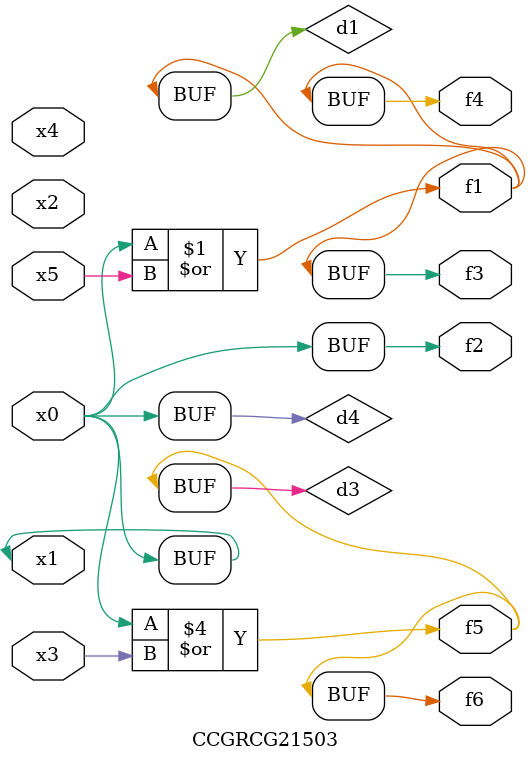
<source format=v>
module CCGRCG21503(
	input x0, x1, x2, x3, x4, x5,
	output f1, f2, f3, f4, f5, f6
);

	wire d1, d2, d3, d4;

	or (d1, x0, x5);
	xnor (d2, x1, x4);
	or (d3, x0, x3);
	buf (d4, x0, x1);
	assign f1 = d1;
	assign f2 = d4;
	assign f3 = d1;
	assign f4 = d1;
	assign f5 = d3;
	assign f6 = d3;
endmodule

</source>
